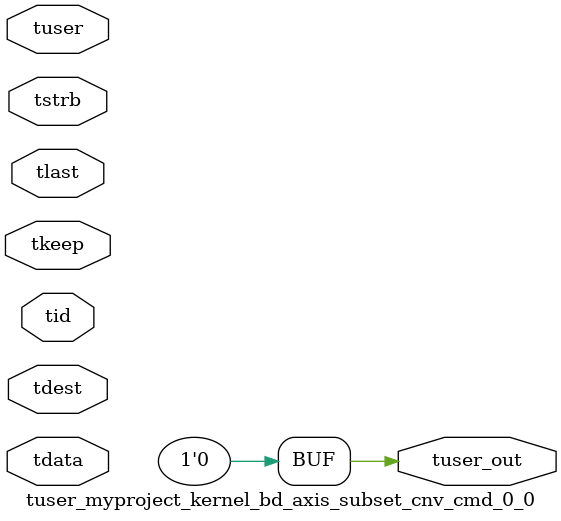
<source format=v>


`timescale 1ps/1ps

module tuser_myproject_kernel_bd_axis_subset_cnv_cmd_0_0 #
(
parameter C_S_AXIS_TUSER_WIDTH = 1,
parameter C_S_AXIS_TDATA_WIDTH = 32,
parameter C_S_AXIS_TID_WIDTH   = 0,
parameter C_S_AXIS_TDEST_WIDTH = 0,
parameter C_M_AXIS_TUSER_WIDTH = 1
)
(
input  [(C_S_AXIS_TUSER_WIDTH == 0 ? 1 : C_S_AXIS_TUSER_WIDTH)-1:0     ] tuser,
input  [(C_S_AXIS_TDATA_WIDTH == 0 ? 1 : C_S_AXIS_TDATA_WIDTH)-1:0     ] tdata,
input  [(C_S_AXIS_TID_WIDTH   == 0 ? 1 : C_S_AXIS_TID_WIDTH)-1:0       ] tid,
input  [(C_S_AXIS_TDEST_WIDTH == 0 ? 1 : C_S_AXIS_TDEST_WIDTH)-1:0     ] tdest,
input  [(C_S_AXIS_TDATA_WIDTH/8)-1:0 ] tkeep,
input  [(C_S_AXIS_TDATA_WIDTH/8)-1:0 ] tstrb,
input                                                                    tlast,
output [C_M_AXIS_TUSER_WIDTH-1:0] tuser_out
);

assign tuser_out = {1'b0};

endmodule


</source>
